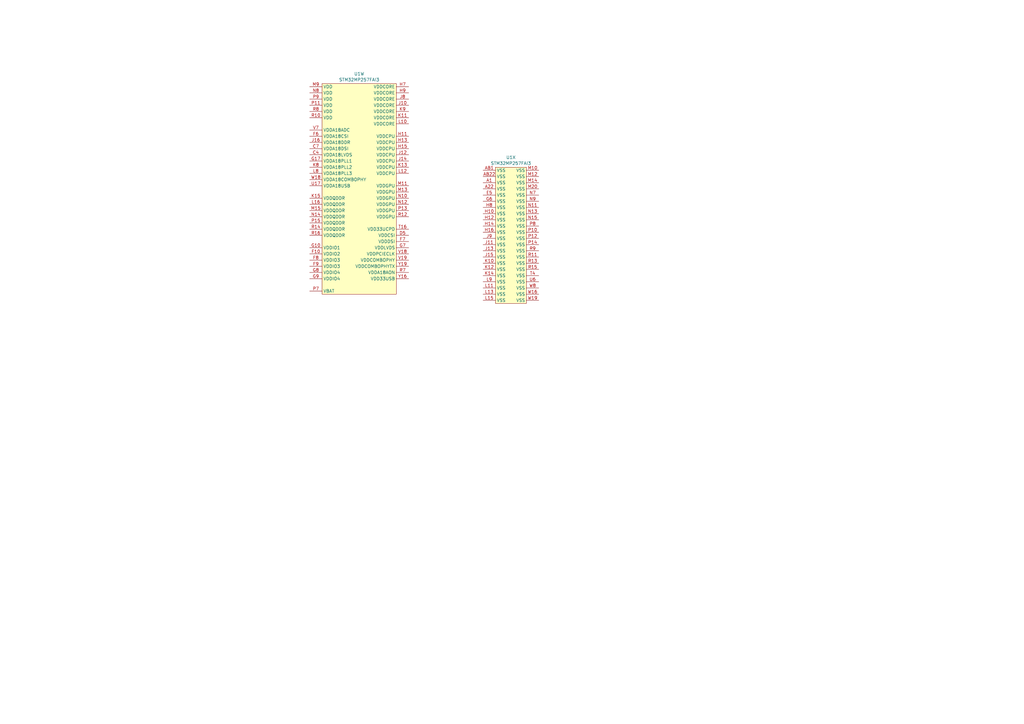
<source format=kicad_sch>
(kicad_sch (version 20231120) (generator "eeschema") (generator_version "8.0")
  (paper "A3")
  (title_block (title "AYRTON Main Board") (date "2024-11-15") (rev "0.1") (company "Antikernel Labs") (comment 1 "Andrew D. Zonenberg"))
  (lib_symbols
    (symbol "st-azonenberg:STM32MP257FAI3"
      (property "Reference" "U" (at 0 -1.016 0))
      (property "Value" "STM32MP257FAI3" (at 0 -3.048 0))
      (symbol "STM32MP257FAI3_1_1"
        (rectangle (start 0 33.02) (end 12.7 0) (fill (type background)))
        (pin input line (at -5.08 16.51 0) (length 5.08) (name "OSC32_IN") (number "R1"))
        (pin output line (at -5.08 13.97 0) (length 5.08) (name "OSC32_OUT") (number "R2"))
        (pin no_connect line (at -5.08 1.27 0) (length 5.08) (name "DNU") (number "U16"))
        (pin output line (at -5.08 6.35 0) (length 5.08) (name "OSC_OUT") (number "V2"))
        (pin input line (at -5.08 8.89 0) (length 5.08) (name "OSC_IN") (number "V3"))
        (pin input line (at -5.08 24.13 0) (length 5.08) (name "ANA0") (number "V5"))
        (pin input line (at -5.08 21.59 0) (length 5.08) (name "ANA1") (number "V6"))
        (pin power_in line (at -5.08 29.21 0) (length 5.08) (name "VREF-") (number "W5"))
        (pin power_in line (at -5.08 31.75 0) (length 5.08) (name "VREF+") (number "Y5"))
      )
      (symbol "STM32MP257FAI3_2_1"
        (rectangle (start 0 33.02) (end 25.4 0) (fill (type background)))
        (pin input line (at -5.08 8.89 0) (length 5.08) (name "JTCK") (number "AA1"))
        (pin input line (at -5.08 11.43 0) (length 5.08) (name "NJTRST") (number "AA2"))
        (pin input line (at -5.08 6.35 0) (length 5.08) (name "JTDI") (number "AB2"))
        (pin input line (at -5.08 21.59 0) (length 5.08) (name "BOOT1") (number "R3"))
        (pin input line (at -5.08 24.13 0) (length 5.08) (name "BOOT0") (number "R4"))
        (pin input line (at -5.08 16.51 0) (length 5.08) (name "BOOT3") (number "T1"))
        (pin input line (at -5.08 19.05 0) (length 5.08) (name "BOOT2") (number "T2"))
        (pin output line (at 30.48 31.75 180) (length 5.08) (name "NRSTC1MS") (number "T3"))
        (pin output line (at 30.48 21.59 180) (length 5.08) (name "PWR_ON") (number "T5"))
        (pin output line (at 30.48 26.67 180) (length 5.08) (name "PWR_CPU_ON") (number "T6"))
        (pin input line (at -5.08 29.21 0) (length 5.08) (name "PDR_ON") (number "T7"))
        (pin bidirectional line (at -5.08 31.75 0) (length 5.08) (name "NRST") (number "U3"))
        (pin output line (at 30.48 24.13 180) (length 5.08) (name "PWR_LP") (number "U4"))
        (pin output line (at -5.08 3.81 0) (length 5.08) (name "JTDO") (number "W1"))
        (pin input line (at -5.08 1.27 0) (length 5.08) (name "JTMS") (number "Y1"))
      )
      (symbol "STM32MP257FAI3_3_1"
        (rectangle (start 0 27.94) (end 19.05 0) (fill (type background)))
        (pin bidirectional line (at -5.08 19.05 0) (length 5.08) (name "USBH_HS_DP") (number "AA16"))
        (pin bidirectional line (at -5.08 16.51 0) (length 5.08) (name "USBH_HS_DM") (number "AB16"))
        (pin bidirectional line (at -5.08 26.67 0) (length 5.08) (name "UCPD1_CC1") (number "T15"))
        (pin bidirectional line (at -5.08 24.13 0) (length 5.08) (name "UCPD1_CC2") (number "T17"))
        (pin input line (at -5.08 3.81 0) (length 5.08) (name "USBH_HS_TXRTUNE") (number "V16"))
        (pin input line (at -5.08 1.27 0) (length 5.08) (name "USB3DR_TXRTUNE") (number "V17"))
        (pin bidirectional line (at -5.08 11.43 0) (length 5.08) (name "USB3DR_DP") (number "W17"))
        (pin bidirectional line (at -5.08 8.89 0) (length 5.08) (name "USB3DR_DM") (number "Y17"))
      )
      (symbol "STM32MP257FAI3_4_1"
        (rectangle (start 0 25.4) (end 11.43 0) (fill (type background)))
        (pin input line (at -5.08 13.97 0) (length 5.08) (name "CSI_D0N") (number "B5"))
        (pin input line (at -5.08 16.51 0) (length 5.08) (name "CSI_D0P") (number "C5"))
        (pin input line (at -5.08 21.59 0) (length 5.08) (name "CSI_CKP") (number "C6"))
        (pin input line (at -5.08 24.13 0) (length 5.08) (name "CSI_CKN") (number "D6"))
        (pin input line (at -5.08 8.89 0) (length 5.08) (name "CSI_D1P") (number "D7"))
        (pin input line (at -5.08 1.27 0) (length 5.08) (name "CSI_REXT") (number "E6"))
        (pin input line (at -5.08 6.35 0) (length 5.08) (name "CSI_D1N") (number "E7"))
      )
      (symbol "STM32MP257FAI3_5_1"
        (rectangle (start 0 78.74) (end 15.24 0) (fill (type background)))
        (pin output line (at -5.08 26.67 0) (length 5.08) (name "DDR_A20") (number "G18"))
        (pin output line (at -5.08 21.59 0) (length 5.08) (name "DDR_A22") (number "H17"))
        (pin output line (at -5.08 34.29 0) (length 5.08) (name "DDR_A17") (number "H18"))
        (pin output line (at -5.08 31.75 0) (length 5.08) (name "DDR_A18") (number "H19"))
        (pin output line (at -5.08 19.05 0) (length 5.08) (name "DDR_A23") (number "J17"))
        (pin output line (at -5.08 36.83 0) (length 5.08) (name "DDR_A16") (number "J18"))
        (pin output line (at -5.08 24.13 0) (length 5.08) (name "DDR_A21") (number "J19"))
        (pin output line (at -5.08 29.21 0) (length 5.08) (name "DDR_A19") (number "K17"))
        (pin output line (at -5.08 44.45 0) (length 5.08) (name "DDR_A13") (number "K18"))
        (pin output line (at -5.08 46.99 0) (length 5.08) (name "DDR_A12") (number "K19"))
        (pin output line (at -5.08 39.37 0) (length 5.08) (name "DDR_A15") (number "L17"))
        (pin output line (at -5.08 41.91 0) (length 5.08) (name "DDR_A14") (number "L18"))
        (pin output line (at -5.08 77.47 0) (length 5.08) (name "DDR_A0") (number "M16"))
        (pin output line (at -5.08 69.85 0) (length 5.08) (name "DDR_A3") (number "M17"))
        (pin output line (at -5.08 8.89 0) (length 5.08) (name "DDR_A28") (number "M18"))
        (pin output line (at -5.08 64.77 0) (length 5.08) (name "DDR_A5") (number "M19"))
        (pin output line (at -5.08 72.39 0) (length 5.08) (name "DDR_A2") (number "N16"))
        (pin output line (at -5.08 49.53 0) (length 5.08) (name "DDR_A11") (number "N17"))
        (pin output line (at -5.08 52.07 0) (length 5.08) (name "DDR_A10") (number "N18"))
        (pin output line (at -5.08 67.31 0) (length 5.08) (name "DDR_A4") (number "N19"))
        (pin output line (at -5.08 1.27 0) (length 5.08) (name "DDR_A31") (number "P16"))
        (pin output line (at -5.08 3.81 0) (length 5.08) (name "DDR_A30") (number "P17"))
        (pin output line (at -5.08 54.61 0) (length 5.08) (name "DDR_A9") (number "P18"))
        (pin output line (at -5.08 57.15 0) (length 5.08) (name "DDR_A8") (number "P19"))
        (pin output line (at -5.08 16.51 0) (length 5.08) (name "DDR_A25") (number "R17"))
        (pin output line (at -5.08 11.43 0) (length 5.08) (name "DDR_A27") (number "R18"))
        (pin output line (at -5.08 13.97 0) (length 5.08) (name "DDR_A26") (number "R19"))
        (pin output line (at -5.08 62.23 0) (length 5.08) (name "DDR_A6") (number "T18"))
        (pin output line (at -5.08 6.35 0) (length 5.08) (name "DDR_A29") (number "T19"))
        (pin output line (at -5.08 74.93 0) (length 5.08) (name "DDR_A1") (number "U18"))
        (pin output line (at -5.08 59.69 0) (length 5.08) (name "DDR_A7") (number "U19"))
      )
      (symbol "STM32MP257FAI3_6_1"
        (rectangle (start 0 81.28) (end 29.21 0) (fill (type background)))
        (pin bidirectional line (at 34.29 72.39 180) (length 5.08) (name "DDR_DQ3") (number "AA22"))
        (pin bidirectional line (at 34.29 31.75 180) (length 5.08) (name "DDR_DQ19") (number "B22"))
        (pin bidirectional line (at 34.29 34.29 180) (length 5.08) (name "DDR_DQ18") (number "C21"))
        (pin bidirectional line (at 34.29 36.83 180) (length 5.08) (name "DDR_DQ17") (number "C22"))
        (pin bidirectional line (at 34.29 39.37 180) (length 5.08) (name "DDR_DQ16") (number "D20"))
        (pin bidirectional line (at -5.08 52.07 0) (length 5.08) (name "DDR_DQS2_P") (number "D21"))
        (pin bidirectional line (at -5.08 49.53 0) (length 5.08) (name "DDR_DQS2_N") (number "D22"))
        (pin bidirectional line (at 34.29 24.13 180) (length 5.08) (name "DDR_DQ22") (number "E19"))
        (pin bidirectional line (at 34.29 21.59 180) (length 5.08) (name "DDR_DQ23") (number "E20"))
        (pin output line (at -5.08 74.93 0) (length 5.08) (name "DDR_DQM2") (number "E21"))
        (pin output line (at -5.08 29.21 0) (length 5.08) (name "DDR_RESETN") (number "F18"))
        (pin bidirectional line (at 34.29 26.67 180) (length 5.08) (name "DDR_DQ21") (number "F19"))
        (pin bidirectional line (at 34.29 29.21 180) (length 5.08) (name "DDR_DQ20") (number "F20"))
        (pin bidirectional line (at 34.29 19.05 180) (length 5.08) (name "DDR_DQ24") (number "G19"))
        (pin bidirectional line (at 34.29 11.43 180) (length 5.08) (name "DDR_DQ27") (number "G20"))
        (pin bidirectional line (at 34.29 13.97 180) (length 5.08) (name "DDR_DQ26") (number "G21"))
        (pin bidirectional line (at 34.29 16.51 180) (length 5.08) (name "DDR_DQ25") (number "G22"))
        (pin output line (at -5.08 72.39 0) (length 5.08) (name "DDR_DQM3") (number "H20"))
        (pin bidirectional line (at -5.08 41.91 0) (length 5.08) (name "DDR_DQS3_N") (number "H21"))
        (pin bidirectional line (at -5.08 44.45 0) (length 5.08) (name "DDR_DQS3_P") (number "H22"))
        (pin bidirectional line (at 34.29 6.35 180) (length 5.08) (name "DDR_DQ29") (number "J20"))
        (pin bidirectional line (at 34.29 8.89 180) (length 5.08) (name "DDQ_DQ28") (number "J21"))
        (pin input line (at -5.08 34.29 0) (length 5.08) (name "DDR_ZQ") (number "K16"))
        (pin bidirectional line (at 34.29 3.81 180) (length 5.08) (name "DDR_DQ30") (number "K20"))
        (pin bidirectional line (at 34.29 1.27 180) (length 5.08) (name "DDR_DQ31") (number "L19"))
        (pin input line (at -5.08 36.83 0) (length 5.08) (name "DDR_VREF") (number "L20"))
        (pin bidirectional line (at 34.29 54.61 180) (length 5.08) (name "DDR_DQ10") (number "L21"))
        (pin bidirectional line (at 34.29 52.07 180) (length 5.08) (name "DDR_DQ11") (number "L22"))
        (pin bidirectional line (at 34.29 59.69 180) (length 5.08) (name "DDR_DQ8") (number "M21"))
        (pin bidirectional line (at 34.29 57.15 180) (length 5.08) (name "DDR_DQ9") (number "M22"))
        (pin bidirectional line (at -5.08 59.69 0) (length 5.08) (name "DDR_DQS1_P") (number "N20"))
        (pin bidirectional line (at -5.08 57.15 0) (length 5.08) (name "DDR_DQS1_N") (number "N21"))
        (pin output line (at -5.08 77.47 0) (length 5.08) (name "DDR_DQM1") (number "P20"))
        (pin bidirectional line (at 34.29 46.99 180) (length 5.08) (name "DDR_DQ13") (number "R20"))
        (pin bidirectional line (at 34.29 44.45 180) (length 5.08) (name "DDR_DQ14") (number "R21"))
        (pin bidirectional line (at 34.29 41.91 180) (length 5.08) (name "DDR_DQ15") (number "R22"))
        (pin bidirectional line (at 34.29 67.31 180) (length 5.08) (name "DDR_DQ5") (number "T20"))
        (pin bidirectional line (at 34.29 69.85 180) (length 5.08) (name "DDR_DQ4") (number "T21"))
        (pin bidirectional line (at 34.29 49.53 180) (length 5.08) (name "DDR_DQ12") (number "T22"))
        (pin bidirectional line (at 34.29 62.23 180) (length 5.08) (name "DDR_DQ7") (number "U20"))
        (pin bidirectional line (at 34.29 64.77 180) (length 5.08) (name "DDR_DQ6") (number "U21"))
        (pin bidirectional line (at -5.08 67.31 0) (length 5.08) (name "DDR_DQS0_P") (number "V20"))
        (pin bidirectional line (at -5.08 64.77 0) (length 5.08) (name "DDR_DQS0_N") (number "W20"))
        (pin output line (at -5.08 80.01 0) (length 5.08) (name "DDR_DQM0") (number "W21"))
        (pin bidirectional line (at 34.29 80.01 180) (length 5.08) (name "DDR_DQ0") (number "W22"))
        (pin bidirectional line (at 34.29 77.47 180) (length 5.08) (name "DDR_DQ1") (number "Y21"))
        (pin bidirectional line (at 34.29 74.93 180) (length 5.08) (name "DDR_DQ2") (number "Y22"))
      )
      (symbol "STM32MP257FAI3_7_1"
        (rectangle (start 0 40.64) (end 10.16 0) (fill (type background)))
        (pin output line (at -5.08 8.89 0) (length 5.08) (name "DSI_D3P") (number "A7"))
        (pin output line (at -5.08 39.37 0) (length 5.08) (name "DSI_CKP") (number "A8"))
        (pin output line (at -5.08 6.35 0) (length 5.08) (name "DSI_D3N") (number "B7"))
        (pin output line (at -5.08 36.83 0) (length 5.08) (name "DSI_CKN") (number "B8"))
        (pin output line (at -5.08 29.21 0) (length 5.08) (name "DSI_D0N") (number "B9"))
        (pin output line (at -5.08 16.51 0) (length 5.08) (name "DSI_D2P") (number "C8"))
        (pin output line (at -5.08 31.75 0) (length 5.08) (name "DSI_D0P") (number "C9"))
        (pin output line (at -5.08 13.97 0) (length 5.08) (name "DSI_D2N") (number "D8"))
        (pin output line (at -5.08 24.13 0) (length 5.08) (name "DSI_D1P") (number "D9"))
        (pin input line (at -5.08 1.27 0) (length 5.08) (name "DSI_REXT") (number "E8"))
        (pin output line (at -5.08 21.59 0) (length 5.08) (name "DSI_D1N") (number "E9"))
      )
      (symbol "STM32MP257FAI3_8_1"
        (rectangle (start 0 35.56) (end 12.7 0) (fill (type background)))
        (pin output line (at -5.08 24.13 0) (length 5.08) (name "LVDS1_D1N") (number "D1"))
        (pin output line (at -5.08 26.67 0) (length 5.08) (name "LVDS1_D1P") (number "D2"))
        (pin output line (at -5.08 31.75 0) (length 5.08) (name "LVDS1_D0N") (number "D3"))
        (pin output line (at -5.08 34.29 0) (length 5.08) (name "LVDS1_D0P") (number "D4"))
        (pin output line (at -5.08 19.05 0) (length 5.08) (name "LVDS1_D2P") (number "E3"))
        (pin output line (at -5.08 16.51 0) (length 5.08) (name "LVDS1_D2N") (number "E4"))
        (pin output line (at -5.08 11.43 0) (length 5.08) (name "LVDS1_D3P") (number "F2"))
        (pin output line (at -5.08 8.89 0) (length 5.08) (name "LVDS1_D3N") (number "F3"))
        (pin output line (at -5.08 3.81 0) (length 5.08) (name "LVDS1_D4P") (number "F4"))
        (pin output line (at -5.08 1.27 0) (length 5.08) (name "LVDS1_D4N") (number "F5"))
      )
      (symbol "STM32MP257FAI3_9_1"
        (rectangle (start 0 35.56) (end 12.7 0) (fill (type background)))
        (pin output line (at -5.08 26.67 0) (length 5.08) (name "LVDS2_D1P") (number "A2"))
        (pin output line (at -5.08 24.13 0) (length 5.08) (name "LVDS2_D1N") (number "A3"))
        (pin output line (at -5.08 34.29 0) (length 5.08) (name "LVDS2_D0P") (number "A4"))
        (pin output line (at -5.08 3.81 0) (length 5.08) (name "LVDS2_D4P") (number "B1"))
        (pin output line (at -5.08 1.27 0) (length 5.08) (name "LVDS2_D4N") (number "B2"))
        (pin output line (at -5.08 16.51 0) (length 5.08) (name "LVDS2_D2N") (number "B3"))
        (pin output line (at -5.08 31.75 0) (length 5.08) (name "LVDS2_D0N") (number "B4"))
        (pin output line (at -5.08 11.43 0) (length 5.08) (name "LVDS2_D3P") (number "C1"))
        (pin output line (at -5.08 8.89 0) (length 5.08) (name "LVDS2_D3N") (number "C2"))
        (pin output line (at -5.08 19.05 0) (length 5.08) (name "LVDS2_D2P") (number "C3"))
      )
      (symbol "STM32MP257FAI3_10_1"
        (rectangle (start 0 33.02) (end 17.78 0) (fill (type background)))
        (pin input line (at -5.08 29.21 0) (length 5.08) (name "PCIE_CLKINN") (number "AA18"))
        (pin output line (at -5.08 3.81 0) (length 5.08) (name "COMBOPHY_TX1P") (number "AA19"))
        (pin input line (at -5.08 11.43 0) (length 5.08) (name "COMBOPHY_RX1P") (number "AA20"))
        (pin output line (at -5.08 24.13 0) (length 5.08) (name "PCIE_CLKOUTP") (number "AA21"))
        (pin output line (at -5.08 1.27 0) (length 5.08) (name "COMBOPHY_TX1N") (number "AB19"))
        (pin input line (at -5.08 8.89 0) (length 5.08) (name "COMBOPHY_RX1N") (number "AB20"))
        (pin output line (at -5.08 21.59 0) (length 5.08) (name "PCIE_CLKOUTN") (number "AB21"))
        (pin input line (at -5.08 31.75 0) (length 5.08) (name "PCIE_CLKINP") (number "Y18"))
        (pin passive line (at -5.08 16.51 0) (length 5.08) (name "COMBOPHY_REXT") (number "Y20"))
      )
      (symbol "STM32MP257FAI3_11_1"
        (rectangle (start 0 40.64) (end 21.59 0) (fill (type background)))
        (pin bidirectional line (at -5.08 1.27 0) (length 5.08) (name "PA15") (number "T10"))
        (pin bidirectional line (at -5.08 16.51 0) (length 5.08) (name "PA9") (number "T12"))
        (pin bidirectional line (at -5.08 31.75 0) (length 5.08) (name "PA3") (number "T14"))
        (pin bidirectional line (at -5.08 3.81 0) (length 5.08) (name "PA14") (number "U10"))
        (pin bidirectional line (at -5.08 8.89 0) (length 5.08) (name "PA12") (number "U12"))
        (pin bidirectional line (at -5.08 13.97 0) (length 5.08) (name "PA10") (number "U13"))
        (pin bidirectional line (at -5.08 24.13 0) (length 5.08) (name "PA6") (number "V14"))
        (pin bidirectional line (at -5.08 36.83 0) (length 5.08) (name "PA1") (number "V15"))
        (pin bidirectional line (at -5.08 11.43 0) (length 5.08) (name "PA11") (number "W12"))
        (pin bidirectional line (at -5.08 34.29 0) (length 5.08) (name "PA2") (number "W13"))
        (pin bidirectional line (at -5.08 19.05 0) (length 5.08) (name "PA8") (number "W15"))
        (pin bidirectional line (at -5.08 6.35 0) (length 5.08) (name "PA13") (number "Y12"))
        (pin bidirectional line (at -5.08 26.67 0) (length 5.08) (name "PA5") (number "Y13"))
        (pin bidirectional line (at -5.08 21.59 0) (length 5.08) (name "PA7") (number "Y14"))
        (pin bidirectional line (at -5.08 29.21 0) (length 5.08) (name "PA4") (number "Y15"))
        (pin bidirectional line (at -5.08 39.37 0) (length 5.08) (name "PA0") (number "Y2"))
      )
      (symbol "STM32MP257FAI3_12_1"
        (polyline (pts (xy 19.05 39.37) (xy 20.32 39.37) (xy 20.32 11.43) (xy 19.05 11.43)))
        (rectangle (start 0 40.64) (end 22.86 0) (fill (type background)))
        (text "VDDIO4" (at 21.59 25.654 900) (effects (font (size 1.27 1.27))))
        (pin bidirectional line (at -5.08 13.97 0) (length 5.08) (name "PB10") (number "A11"))
        (pin bidirectional line (at -5.08 16.51 0) (length 5.08) (name "PB9") (number "A12"))
        (pin bidirectional line (at -5.08 1.27 0) (length 5.08) (name "PB15") (number "AB4"))
        (pin bidirectional line (at -5.08 26.67 0) (length 5.08) (name "PB5") (number "B11"))
        (pin bidirectional line (at -5.08 11.43 0) (length 5.08) (name "PB11") (number "B12"))
        (pin bidirectional line (at -5.08 8.89 0) (length 5.08) (name "PB12") (number "B20"))
        (pin bidirectional line (at -5.08 34.29 0) (length 5.08) (name "PB2") (number "C10"))
        (pin bidirectional line (at -5.08 39.37 0) (length 5.08) (name "PB0") (number "C11"))
        (pin bidirectional line (at -5.08 24.13 0) (length 5.08) (name "PB6") (number "C12"))
        (pin bidirectional line (at -5.08 3.81 0) (length 5.08) (name "PB14") (number "C20"))
        (pin bidirectional line (at -5.08 29.21 0) (length 5.08) (name "PB4") (number "D10"))
        (pin bidirectional line (at -5.08 36.83 0) (length 5.08) (name "PB1") (number "D11"))
        (pin bidirectional line (at -5.08 21.59 0) (length 5.08) (name "PB7") (number "D12"))
        (pin bidirectional line (at -5.08 6.35 0) (length 5.08) (name "PB13") (number "D19"))
        (pin bidirectional line (at -5.08 31.75 0) (length 5.08) (name "PB3") (number "E10"))
        (pin bidirectional line (at -5.08 19.05 0) (length 5.08) (name "PB8") (number "G11"))
      )
      (symbol "STM32MP257FAI3_13_1"
        (rectangle (start 0 35.56) (end 21.59 0) (fill (type background)))
        (pin bidirectional line (at -5.08 19.05 0) (length 5.08) (name "PC6") (number "AA10"))
        (pin bidirectional line (at -5.08 34.29 0) (length 5.08) (name "PC0") (number "AA12"))
        (pin bidirectional line (at -5.08 6.35 0) (length 5.08) (name "PC11") (number "AB7"))
        (pin bidirectional line (at -5.08 16.51 0) (length 5.08) (name "PC7") (number "AF9"))
        (pin bidirectional line (at -5.08 8.89 0) (length 5.08) (name "PC10") (number "AG10"))
        (pin bidirectional line (at -5.08 1.27 0) (length 5.08) (name "PC13") (number "P6"))
        (pin bidirectional line (at -5.08 11.43 0) (length 5.08) (name "PC9") (number "U8"))
        (pin bidirectional line (at -5.08 21.59 0) (length 5.08) (name "PC5") (number "U9"))
        (pin bidirectional line (at -5.08 31.75 0) (length 5.08) (name "PC1") (number "V11"))
        (pin bidirectional line (at -5.08 13.97 0) (length 5.08) (name "PC8") (number "V8"))
        (pin bidirectional line (at -5.08 24.13 0) (length 5.08) (name "PC4") (number "V9"))
        (pin bidirectional line (at -5.08 26.67 0) (length 5.08) (name "PC3") (number "W9"))
        (pin bidirectional line (at -5.08 29.21 0) (length 5.08) (name "PC2") (number "Y11"))
        (pin bidirectional line (at -5.08 3.81 0) (length 5.08) (name "PC12") (number "Y7"))
      )
      (symbol "STM32MP257FAI3_14_1"
        (polyline (pts (xy 19.05 39.37) (xy 20.32 39.37) (xy 20.32 11.43) (xy 19.05 11.43)))
        (rectangle (start 0 40.64) (end 22.86 0) (fill (type background)))
        (text "VDDIO3" (at 21.59 25.654 900) (effects (font (size 1.27 1.27))))
        (pin bidirectional line (at -5.08 24.13 0) (length 5.08) (name "PD6") (number "A15"))
        (pin bidirectional line (at -5.08 8.89 0) (length 5.08) (name "PD12") (number "A21"))
        (pin bidirectional line (at -5.08 16.51 0) (length 5.08) (name "PD9") (number "B13"))
        (pin bidirectional line (at -5.08 26.67 0) (length 5.08) (name "PD5") (number "B15"))
        (pin bidirectional line (at -5.08 6.35 0) (length 5.08) (name "PD13") (number "B21"))
        (pin bidirectional line (at -5.08 19.05 0) (length 5.08) (name "PD8") (number "C13"))
        (pin bidirectional line (at -5.08 29.21 0) (length 5.08) (name "PD4") (number "C14"))
        (pin bidirectional line (at -5.08 31.75 0) (length 5.08) (name "PD3") (number "C15"))
        (pin bidirectional line (at -5.08 13.97 0) (length 5.08) (name "PD10") (number "D13"))
        (pin bidirectional line (at -5.08 39.37 0) (length 5.08) (name "PD0") (number "D14"))
        (pin bidirectional line (at -5.08 21.59 0) (length 5.08) (name "PD7") (number "D15"))
        (pin bidirectional line (at -5.08 11.43 0) (length 5.08) (name "PD11") (number "E13"))
        (pin bidirectional line (at -5.08 34.29 0) (length 5.08) (name "PD2") (number "E14"))
        (pin bidirectional line (at -5.08 36.83 0) (length 5.08) (name "PD1") (number "E15"))
        (pin bidirectional line (at -5.08 1.27 0) (length 5.08) (name "PD15") (number "F16"))
        (pin bidirectional line (at -5.08 3.81 0) (length 5.08) (name "PD14") (number "G15"))
      )
      (symbol "STM32MP257FAI3_15_1"
        (polyline (pts (xy 19.05 24.13) (xy 20.32 24.13) (xy 20.32 1.27) (xy 19.05 1.27)))
        (polyline (pts (xy 19.05 39.37) (xy 20.32 39.37) (xy 20.32 26.67) (xy 19.05 26.67)))
        (rectangle (start 0 40.64) (end 22.86 0) (fill (type background)))
        (text "VDDIO1" (at 21.844 33.02 900) (effects (font (size 1.27 1.27))))
        (text "VDDIO2" (at 21.844 12.7 900) (effects (font (size 1.27 1.27))))
        (pin bidirectional line (at -5.08 39.37 0) (length 5.08) (name "PE0") (number "A16"))
        (pin bidirectional line (at -5.08 13.97 0) (length 5.08) (name "PE10") (number "A19"))
        (pin bidirectional line (at -5.08 3.81 0) (length 5.08) (name "PE14") (number "A20"))
        (pin bidirectional line (at -5.08 36.83 0) (length 5.08) (name "PE1") (number "B16"))
        (pin bidirectional line (at -5.08 29.21 0) (length 5.08) (name "PE4") (number "B17"))
        (pin bidirectional line (at -5.08 6.35 0) (length 5.08) (name "PE13") (number "B19"))
        (pin bidirectional line (at -5.08 34.29 0) (length 5.08) (name "PE2") (number "C16"))
        (pin bidirectional line (at -5.08 26.67 0) (length 5.08) (name "PE5") (number "C17"))
        (pin bidirectional line (at -5.08 19.05 0) (length 5.08) (name "PE8") (number "C18"))
        (pin bidirectional line (at -5.08 8.89 0) (length 5.08) (name "PE12") (number "C19"))
        (pin bidirectional line (at -5.08 31.75 0) (length 5.08) (name "PE3") (number "D16"))
        (pin bidirectional line (at -5.08 21.59 0) (length 5.08) (name "PE7") (number "D17"))
        (pin bidirectional line (at -5.08 16.51 0) (length 5.08) (name "PE9") (number "D18"))
        (pin bidirectional line (at -5.08 24.13 0) (length 5.08) (name "PE6") (number "E16"))
        (pin bidirectional line (at -5.08 11.43 0) (length 5.08) (name "PE11") (number "E17"))
        (pin bidirectional line (at -5.08 1.27 0) (length 5.08) (name "PE15") (number "F17"))
      )
      (symbol "STM32MP257FAI3_16_1"
        (rectangle (start 0 40.64) (end 21.59 0) (fill (type background)))
        (pin bidirectional line (at -5.08 16.51 0) (length 5.08) (name "PF9") (number "AA7"))
        (pin bidirectional line (at -5.08 19.05 0) (length 5.08) (name "PF8") (number "AA8"))
        (pin bidirectional line (at -5.08 24.13 0) (length 5.08) (name "PF6") (number "AB8"))
        (pin bidirectional line (at -5.08 13.97 0) (length 5.08) (name "PF10") (number "AE5"))
        (pin bidirectional line (at -5.08 3.81 0) (length 5.08) (name "PF14") (number "H1"))
        (pin bidirectional line (at -5.08 8.89 0) (length 5.08) (name "PF12") (number "K3"))
        (pin bidirectional line (at -5.08 6.35 0) (length 5.08) (name "PF13") (number "L4"))
        (pin bidirectional line (at -5.08 1.27 0) (length 5.08) (name "PF15") (number "L7"))
        (pin bidirectional line (at -5.08 21.59 0) (length 5.08) (name "PF7") (number "T9"))
        (pin bidirectional line (at -5.08 34.29 0) (length 5.08) (name "PF2") (number "V10"))
        (pin bidirectional line (at -5.08 39.37 0) (length 5.08) (name "PF0") (number "V12"))
        (pin bidirectional line (at -5.08 31.75 0) (length 5.08) (name "PF3") (number "W10"))
        (pin bidirectional line (at -5.08 36.83 0) (length 5.08) (name "PF1") (number "W11"))
        (pin bidirectional line (at -5.08 29.21 0) (length 5.08) (name "PF4") (number "Y10"))
        (pin bidirectional line (at -5.08 11.43 0) (length 5.08) (name "PF11") (number "Y6"))
        (pin bidirectional line (at -5.08 26.67 0) (length 5.08) (name "PF5") (number "Y9"))
      )
      (symbol "STM32MP257FAI3_17_1"
        (rectangle (start 0 40.64) (end 21.59 0) (fill (type background)))
        (pin bidirectional line (at -5.08 29.21 0) (length 5.08) (name "PG4") (number "AA4"))
        (pin bidirectional line (at -5.08 16.51 0) (length 5.08) (name "PG9") (number "G3"))
        (pin bidirectional line (at -5.08 3.81 0) (length 5.08) (name "PG14") (number "G4"))
        (pin bidirectional line (at -5.08 24.13 0) (length 5.08) (name "PG6") (number "H2"))
        (pin bidirectional line (at -5.08 13.97 0) (length 5.08) (name "PG10") (number "H3"))
        (pin bidirectional line (at -5.08 1.27 0) (length 5.08) (name "PG15") (number "H4"))
        (pin bidirectional line (at -5.08 8.89 0) (length 5.08) (name "PG12") (number "J3"))
        (pin bidirectional line (at -5.08 11.43 0) (length 5.08) (name "PG11") (number "J4"))
        (pin bidirectional line (at -5.08 21.59 0) (length 5.08) (name "PG7") (number "K4"))
        (pin bidirectional line (at -5.08 6.35 0) (length 5.08) (name "PG13") (number "K5"))
        (pin bidirectional line (at -5.08 26.67 0) (length 5.08) (name "PG5") (number "L1"))
        (pin bidirectional line (at -5.08 19.05 0) (length 5.08) (name "PG8") (number "L5"))
        (pin bidirectional line (at -5.08 31.75 0) (length 5.08) (name "PG3") (number "W4"))
        (pin bidirectional line (at -5.08 36.83 0) (length 5.08) (name "PG1") (number "W6"))
        (pin bidirectional line (at -5.08 39.37 0) (length 5.08) (name "PG0") (number "W7"))
        (pin bidirectional line (at -5.08 34.29 0) (length 5.08) (name "PG2") (number "Y4"))
      )
      (symbol "STM32MP257FAI3_18_1"
        (rectangle (start 0 30.48) (end 21.59 0) (fill (type background)))
        (pin bidirectional line (at -5.08 3.81 0) (length 5.08) (name "PH12") (number "AA11"))
        (pin bidirectional line (at -5.08 19.05 0) (length 5.08) (name "PH6") (number "AA14"))
        (pin bidirectional line (at -5.08 21.59 0) (length 5.08) (name "PH5") (number "AA15"))
        (pin bidirectional line (at -5.08 1.27 0) (length 5.08) (name "PH13") (number "AB11"))
        (pin bidirectional line (at -5.08 11.43 0) (length 5.08) (name "PH9") (number "AB12"))
        (pin bidirectional line (at -5.08 24.13 0) (length 5.08) (name "PH4") (number "AB15"))
        (pin bidirectional line (at -5.08 6.35 0) (length 5.08) (name "PH11") (number "T11"))
        (pin bidirectional line (at -5.08 16.51 0) (length 5.08) (name "PH7") (number "T13"))
        (pin bidirectional line (at -5.08 8.89 0) (length 5.08) (name "PH10") (number "U11"))
        (pin bidirectional line (at -5.08 13.97 0) (length 5.08) (name "PH8") (number "U14"))
        (pin bidirectional line (at -5.08 29.21 0) (length 5.08) (name "PH2") (number "V13"))
        (pin bidirectional line (at -5.08 26.67 0) (length 5.08) (name "PH3") (number "W14"))
      )
      (symbol "STM32MP257FAI3_19_1"
        (rectangle (start 0 40.64) (end 21.59 0) (fill (type background)))
        (pin bidirectional line (at -5.08 1.27 0) (length 5.08) (name "PI15") (number "E11"))
        (pin bidirectional line (at -5.08 11.43 0) (length 5.08) (name "PI11") (number "E18"))
        (pin bidirectional line (at -5.08 8.89 0) (length 5.08) (name "PI12") (number "G1"))
        (pin bidirectional line (at -5.08 3.81 0) (length 5.08) (name "PI14") (number "G13"))
        (pin bidirectional line (at -5.08 13.97 0) (length 5.08) (name "PI10") (number "G16"))
        (pin bidirectional line (at -5.08 6.35 0) (length 5.08) (name "PI13") (number "G2"))
        (pin bidirectional line (at -5.08 39.37 0) (length 5.08) (name "PI0") (number "G5"))
        (pin bidirectional line (at -5.08 26.67 0) (length 5.08) (name "PI5") (number "H5"))
        (pin bidirectional line (at -5.08 36.83 0) (length 5.08) (name "PI1") (number "H6"))
        (pin bidirectional line (at -5.08 34.29 0) (length 5.08) (name "PI2") (number "J5"))
        (pin bidirectional line (at -5.08 31.75 0) (length 5.08) (name "PI3") (number "J6"))
        (pin bidirectional line (at -5.08 24.13 0) (length 5.08) (name "PI6") (number "J7"))
        (pin bidirectional line (at -5.08 29.21 0) (length 5.08) (name "PI4") (number "K6"))
        (pin bidirectional line (at -5.08 16.51 0) (length 5.08) (name "PI9") (number "K7"))
        (pin bidirectional line (at -5.08 21.59 0) (length 5.08) (name "PI7") (number "L6"))
        (pin bidirectional line (at -5.08 19.05 0) (length 5.08) (name "PI8") (number "M6"))
      )
      (symbol "STM32MP257FAI3_20_1"
        (rectangle (start 0 40.64) (end 21.59 0) (fill (type background)))
        (pin bidirectional line (at -5.08 31.75 0) (length 5.08) (name "PJ3") (number "AA3"))
        (pin bidirectional line (at -5.08 34.29 0) (length 5.08) (name "PJ2") (number "AB3"))
        (pin bidirectional line (at -5.08 1.27 0) (length 5.08) (name "PJ15") (number "K2"))
        (pin bidirectional line (at -5.08 8.89 0) (length 5.08) (name "PJ12") (number "L2"))
        (pin bidirectional line (at -5.08 3.81 0) (length 5.08) (name "PJ14") (number "L3"))
        (pin bidirectional line (at -5.08 16.51 0) (length 5.08) (name "PJ9") (number "M1"))
        (pin bidirectional line (at -5.08 19.05 0) (length 5.08) (name "PJ8") (number "M2"))
        (pin bidirectional line (at -5.08 13.97 0) (length 5.08) (name "PJ10") (number "M3"))
        (pin bidirectional line (at -5.08 6.35 0) (length 5.08) (name "PJ13") (number "M4"))
        (pin bidirectional line (at -5.08 11.43 0) (length 5.08) (name "PJ11") (number "M5"))
        (pin bidirectional line (at -5.08 39.37 0) (length 5.08) (name "PJ0") (number "U15"))
        (pin bidirectional line (at -5.08 24.13 0) (length 5.08) (name "PJ6") (number "U5"))
        (pin bidirectional line (at -5.08 26.67 0) (length 5.08) (name "PJ5") (number "V4"))
        (pin bidirectional line (at -5.08 21.59 0) (length 5.08) (name "PJ7") (number "W2"))
        (pin bidirectional line (at -5.08 29.21 0) (length 5.08) (name "PJ4") (number "W3"))
        (pin bidirectional line (at -5.08 36.83 0) (length 5.08) (name "PJ1") (number "Y3"))
      )
      (symbol "STM32MP257FAI3_21_1"
        (rectangle (start 0 20.32) (end 21.59 0) (fill (type background)))
        (pin bidirectional line (at -5.08 16.51 0) (length 5.08) (name "PK1") (number "E12"))
        (pin bidirectional line (at -5.08 8.89 0) (length 5.08) (name "PK4") (number "F11"))
        (pin bidirectional line (at -5.08 19.05 0) (length 5.08) (name "PK0") (number "F12"))
        (pin bidirectional line (at -5.08 13.97 0) (length 5.08) (name "PK2") (number "F13"))
        (pin bidirectional line (at -5.08 6.35 0) (length 5.08) (name "PK5") (number "F14"))
        (pin bidirectional line (at -5.08 11.43 0) (length 5.08) (name "PK3") (number "F15"))
        (pin bidirectional line (at -5.08 3.81 0) (length 5.08) (name "PK6") (number "G12"))
        (pin bidirectional line (at -5.08 1.27 0) (length 5.08) (name "PK7") (number "G14"))
      )
      (symbol "STM32MP257FAI3_22_1"
        (rectangle (start 0 25.4) (end 21.59 0) (fill (type background)))
        (pin bidirectional line (at -5.08 1.27 0) (length 5.08) (name "PZ9") (number "N3"))
        (pin bidirectional line (at -5.08 16.51 0) (length 5.08) (name "PZ3") (number "N4"))
        (pin bidirectional line (at -5.08 24.13 0) (length 5.08) (name "PZ0") (number "N5"))
        (pin bidirectional line (at -5.08 21.59 0) (length 5.08) (name "PZ1") (number "N6"))
        (pin bidirectional line (at -5.08 6.35 0) (length 5.08) (name "PZ7") (number "P2"))
        (pin bidirectional line (at -5.08 3.81 0) (length 5.08) (name "PZ8") (number "P3"))
        (pin bidirectional line (at -5.08 19.05 0) (length 5.08) (name "PZ2") (number "P4"))
        (pin bidirectional line (at -5.08 11.43 0) (length 5.08) (name "PZ5") (number "P5"))
        (pin bidirectional line (at -5.08 13.97 0) (length 5.08) (name "PZ4") (number "R5"))
        (pin bidirectional line (at -5.08 8.89 0) (length 5.08) (name "PZ6") (number "R6"))
      )
      (symbol "STM32MP257FAI3_23_1"
        (rectangle (start 0 86.36) (end 30.48 0) (fill (type background)))
        (pin power_in line (at -5.08 57.15 0) (length 5.08) (name "VDDA18LVDS") (number "C4"))
        (pin power_in line (at -5.08 59.69 0) (length 5.08) (name "VDDA18DSI") (number "C7"))
        (pin power_in line (at 35.56 24.13 180) (length 5.08) (name "VDDCSI") (number "D5"))
        (pin power_in line (at -5.08 16.51 0) (length 5.08) (name "VDDIO2") (number "F10"))
        (pin power_in line (at -5.08 64.77 0) (length 5.08) (name "VDDA18CSI") (number "F6"))
        (pin power_in line (at 35.56 21.59 180) (length 5.08) (name "VDDDSI") (number "F7"))
        (pin power_in line (at -5.08 13.97 0) (length 5.08) (name "VDDIO3") (number "F8"))
        (pin power_in line (at -5.08 11.43 0) (length 5.08) (name "VDDIO3") (number "F9"))
        (pin power_in line (at -5.08 19.05 0) (length 5.08) (name "VDDIO1") (number "G10"))
        (pin power_in line (at -5.08 54.61 0) (length 5.08) (name "VDDA18PLL1") (number "G17"))
        (pin power_in line (at 35.56 19.05 180) (length 5.08) (name "VDDLVDS") (number "G7"))
        (pin power_in line (at -5.08 8.89 0) (length 5.08) (name "VDDIO4") (number "G8"))
        (pin power_in line (at -5.08 6.35 0) (length 5.08) (name "VDDIO4") (number "G9"))
        (pin power_in line (at 35.56 64.77 180) (length 5.08) (name "VDDCPU") (number "H11"))
        (pin power_in line (at 35.56 62.23 180) (length 5.08) (name "VDDCPU") (number "H13"))
        (pin power_in line (at 35.56 59.69 180) (length 5.08) (name "VDDCPU") (number "H15"))
        (pin power_in line (at 35.56 85.09 180) (length 5.08) (name "VDDCORE") (number "H7"))
        (pin power_in line (at 35.56 82.55 180) (length 5.08) (name "VDDCORE") (number "H9"))
        (pin power_in line (at 35.56 77.47 180) (length 5.08) (name "VDDCORE") (number "J10"))
        (pin power_in line (at 35.56 57.15 180) (length 5.08) (name "VDDCPU") (number "J12"))
        (pin power_in line (at 35.56 54.61 180) (length 5.08) (name "VDDCPU") (number "J14"))
        (pin power_in line (at -5.08 62.23 0) (length 5.08) (name "VDDA18DDR") (number "J16"))
        (pin power_in line (at 35.56 80.01 180) (length 5.08) (name "VDDCORE") (number "J8"))
        (pin power_in line (at 35.56 72.39 180) (length 5.08) (name "VDDCORE") (number "K11"))
        (pin power_in line (at 35.56 52.07 180) (length 5.08) (name "VDDCPU") (number "K13"))
        (pin power_in line (at -5.08 39.37 0) (length 5.08) (name "VDDQDDR") (number "K15"))
        (pin power_in line (at -5.08 52.07 0) (length 5.08) (name "VDDA18PLL2") (number "K8"))
        (pin power_in line (at 35.56 74.93 180) (length 5.08) (name "VDDCORE") (number "K9"))
        (pin power_in line (at 35.56 69.85 180) (length 5.08) (name "VDDCORE") (number "L10"))
        (pin power_in line (at 35.56 49.53 180) (length 5.08) (name "VDDCPU") (number "L12"))
        (pin power_in line (at -5.08 36.83 0) (length 5.08) (name "VDDQDDR") (number "L16"))
        (pin power_in line (at -5.08 49.53 0) (length 5.08) (name "VDDA18PLL3") (number "L8"))
        (pin power_in line (at 35.56 44.45 180) (length 5.08) (name "VDDGPU") (number "M11"))
        (pin power_in line (at 35.56 41.91 180) (length 5.08) (name "VDDGPU") (number "M13"))
        (pin power_in line (at -5.08 34.29 0) (length 5.08) (name "VDDQDDR") (number "M15"))
        (pin power_in line (at -5.08 85.09 0) (length 5.08) (name "VDD") (number "M9"))
        (pin power_in line (at 35.56 39.37 180) (length 5.08) (name "VDDGPU") (number "N10"))
        (pin power_in line (at 35.56 36.83 180) (length 5.08) (name "VDDGPU") (number "N12"))
        (pin power_in line (at -5.08 31.75 0) (length 5.08) (name "VDDQDDR") (number "N14"))
        (pin power_in line (at -5.08 82.55 0) (length 5.08) (name "VDD") (number "N8"))
        (pin power_in line (at -5.08 77.47 0) (length 5.08) (name "VDD") (number "P11"))
        (pin power_in line (at 35.56 34.29 180) (length 5.08) (name "VDDGPU") (number "P13"))
        (pin power_in line (at -5.08 29.21 0) (length 5.08) (name "VDDQDDR") (number "P15"))
        (pin power_in line (at -5.08 1.27 0) (length 5.08) (name "VBAT") (number "P7"))
        (pin power_in line (at -5.08 80.01 0) (length 5.08) (name "VDD") (number "P9"))
        (pin power_in line (at -5.08 72.39 0) (length 5.08) (name "VDD") (number "R10"))
        (pin power_in line (at 35.56 31.75 180) (length 5.08) (name "VDDGPU") (number "R12"))
        (pin power_in line (at -5.08 26.67 0) (length 5.08) (name "VDDQDDR") (number "R14"))
        (pin power_in line (at -5.08 24.13 0) (length 5.08) (name "VDDQDDR") (number "R16"))
        (pin power_in line (at 35.56 8.89 180) (length 5.08) (name "VDDA18AON") (number "R7"))
        (pin power_in line (at -5.08 74.93 0) (length 5.08) (name "VDD") (number "R8"))
        (pin power_in line (at 35.56 26.67 180) (length 5.08) (name "VDD33UCPD") (number "T16"))
        (pin power_in line (at -5.08 44.45 0) (length 5.08) (name "VDDA18USB") (number "U17"))
        (pin power_in line (at 35.56 16.51 180) (length 5.08) (name "VDDPCIECLK") (number "V18"))
        (pin power_in line (at 35.56 13.97 180) (length 5.08) (name "VDDCOMBOPHY") (number "V19"))
        (pin power_in line (at -5.08 67.31 0) (length 5.08) (name "VDDA18ADC") (number "V7"))
        (pin power_in line (at -5.08 46.99 0) (length 5.08) (name "VDDA18COMBOPHY") (number "W18"))
        (pin power_in line (at 35.56 6.35 180) (length 5.08) (name "VDD33USB") (number "Y16"))
        (pin power_in line (at 35.56 11.43 180) (length 5.08) (name "VDDCOMBOPHYTX") (number "Y19"))
      )
      (symbol "STM32MP257FAI3_24_1"
        (rectangle (start 0 55.88) (end 12.7 0) (fill (type background)))
        (pin power_in line (at -5.08 49.53 0) (length 5.08) (name "VSS") (number "A1"))
        (pin power_in line (at -5.08 46.99 0) (length 5.08) (name "VSS") (number "A22"))
        (pin power_in line (at -5.08 54.61 0) (length 5.08) (name "VSS") (number "AB1"))
        (pin power_in line (at -5.08 52.07 0) (length 5.08) (name "VSS") (number "AB22"))
        (pin power_in line (at -5.08 44.45 0) (length 5.08) (name "VSS") (number "E5"))
        (pin power_in line (at -5.08 41.91 0) (length 5.08) (name "VSS") (number "G6"))
        (pin power_in line (at -5.08 36.83 0) (length 5.08) (name "VSS") (number "H10"))
        (pin power_in line (at -5.08 34.29 0) (length 5.08) (name "VSS") (number "H12"))
        (pin power_in line (at -5.08 31.75 0) (length 5.08) (name "VSS") (number "H14"))
        (pin power_in line (at -5.08 29.21 0) (length 5.08) (name "VSS") (number "H16"))
        (pin power_in line (at -5.08 39.37 0) (length 5.08) (name "VSS") (number "H8"))
        (pin power_in line (at -5.08 24.13 0) (length 5.08) (name "VSS") (number "J11"))
        (pin power_in line (at -5.08 21.59 0) (length 5.08) (name "VSS") (number "J13"))
        (pin power_in line (at -5.08 19.05 0) (length 5.08) (name "VSS") (number "J15"))
        (pin power_in line (at -5.08 26.67 0) (length 5.08) (name "VSS") (number "J9"))
        (pin power_in line (at -5.08 16.51 0) (length 5.08) (name "VSS") (number "K10"))
        (pin power_in line (at -5.08 13.97 0) (length 5.08) (name "VSS") (number "K12"))
        (pin power_in line (at -5.08 11.43 0) (length 5.08) (name "VSS") (number "K14"))
        (pin power_in line (at -5.08 6.35 0) (length 5.08) (name "VSS") (number "L11"))
        (pin power_in line (at -5.08 3.81 0) (length 5.08) (name "VSS") (number "L13"))
        (pin power_in line (at -5.08 1.27 0) (length 5.08) (name "VSS") (number "L15"))
        (pin power_in line (at -5.08 8.89 0) (length 5.08) (name "VSS") (number "L9"))
        (pin power_in line (at 17.78 54.61 180) (length 5.08) (name "VSS") (number "M10"))
        (pin power_in line (at 17.78 52.07 180) (length 5.08) (name "VSS") (number "M12"))
        (pin power_in line (at 17.78 49.53 180) (length 5.08) (name "VSS") (number "M14"))
        (pin power_in line (at 17.78 46.99 180) (length 5.08) (name "VSS") (number "M20"))
        (pin power_in line (at 17.78 39.37 180) (length 5.08) (name "VSS") (number "N11"))
        (pin power_in line (at 17.78 36.83 180) (length 5.08) (name "VSS") (number "N13"))
        (pin power_in line (at 17.78 34.29 180) (length 5.08) (name "VSS") (number "N15"))
        (pin power_in line (at 17.78 44.45 180) (length 5.08) (name "VSS") (number "N7"))
        (pin power_in line (at 17.78 41.91 180) (length 5.08) (name "VSS") (number "N9"))
        (pin power_in line (at 17.78 29.21 180) (length 5.08) (name "VSS") (number "P10"))
        (pin power_in line (at 17.78 26.67 180) (length 5.08) (name "VSS") (number "P12"))
        (pin power_in line (at 17.78 24.13 180) (length 5.08) (name "VSS") (number "P14"))
        (pin power_in line (at 17.78 31.75 180) (length 5.08) (name "VSS") (number "P8"))
        (pin power_in line (at 17.78 19.05 180) (length 5.08) (name "VSS") (number "R11"))
        (pin power_in line (at 17.78 16.51 180) (length 5.08) (name "VSS") (number "R13"))
        (pin power_in line (at 17.78 13.97 180) (length 5.08) (name "VSS") (number "R15"))
        (pin power_in line (at 17.78 21.59 180) (length 5.08) (name "VSS") (number "R9"))
        (pin power_in line (at 17.78 11.43 180) (length 5.08) (name "VSS") (number "T4"))
        (pin power_in line (at 17.78 8.89 180) (length 5.08) (name "VSS") (number "U6"))
        (pin power_in line (at 17.78 3.81 180) (length 5.08) (name "VSS") (number "W16"))
        (pin power_in line (at 17.78 1.27 180) (length 5.08) (name "VSS") (number "W19"))
        (pin power_in line (at 17.78 6.35 180) (length 5.08) (name "VSS") (number "W8"))
      )
    )
  )
  (symbol (lib_id "st-azonenberg:STM32MP257FAI3") (at 132.08 120.65 0) (unit 23)
    (property "Reference" "U1" (at 147.32 30.2725 0))
    (property "Value" "STM32MP257FAI3" (at 147.32 32.6968 0))
  )
  (symbol (lib_id "st-azonenberg:STM32MP257FAI3") (at 203.2 124.46 0) (unit 24)
    (property "Reference" "U1" (at 209.55 64.5625 0))
    (property "Value" "STM32MP257FAI3" (at 209.55 66.9868 0))
  )
)
</source>
